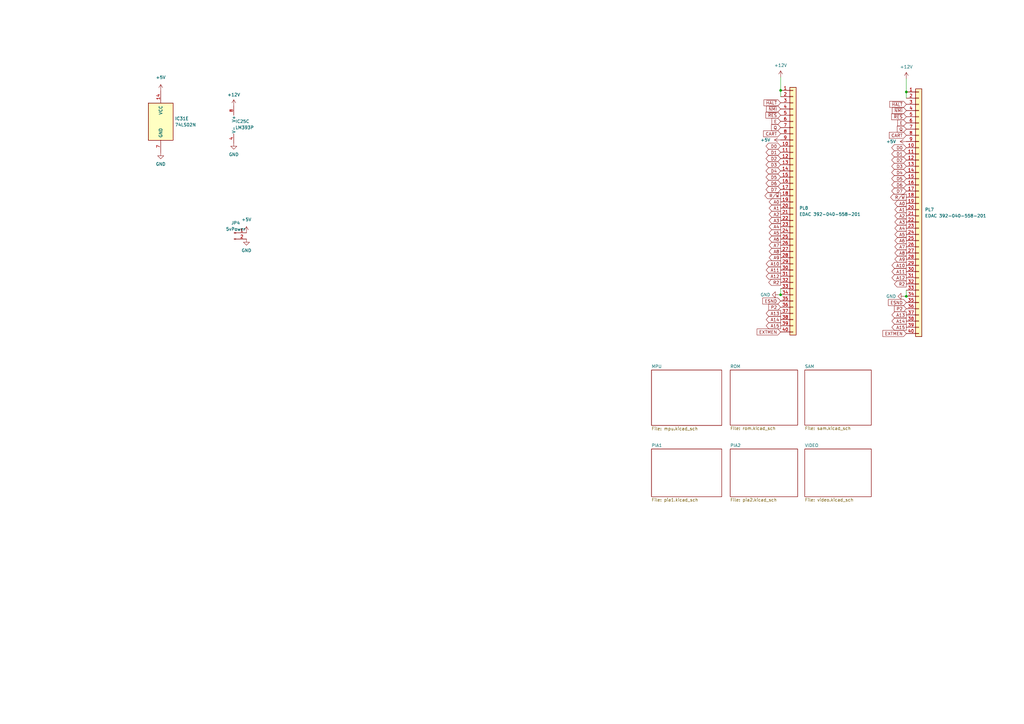
<source format=kicad_sch>
(kicad_sch (version 20230121) (generator eeschema)
  (paper "A3")
  (title_block (title "Dragon 32 CPU UK PAL") (date "2023-05-25") (rev "3.0") (company "Dragon Data") (comment 1 "Modified by Julian Brown") (comment 2 "SAMx4 by Ciaran Anscomb"))
  (lib_symbols
    (symbol "74xx:74LS02" (pin_names (offset 1.016))
      (property "Reference" "U" (at 0 1.27 0))
      (property "Value" "74LS02" (at 0 -1.27 0))
      (symbol "74LS02_1_1"
        (arc (start -3.81 -3.81) (mid -2.589 0) (end -3.81 3.81) (stroke (width 0.254)))
        (arc (start -0.6096 -3.81) (mid 2.1855 -2.584) (end 3.81 0) (stroke (width 0.254)) (fill (type background)))
        (polyline (pts (xy -3.81 -3.81) (xy -0.635 -3.81)) (stroke (width 0.254)) (fill (type background)))
        (polyline (pts (xy -3.81 3.81) (xy -0.635 3.81)) (stroke (width 0.254)) (fill (type background)))
        (polyline (pts (xy -0.635 3.81) (xy -3.81 3.81) (xy -3.81 3.81) (xy -3.556 3.4036) (xy -3.0226 2.2606) (xy -2.6924 1.0414) (xy -2.6162 -0.254) (xy -2.7686 -1.4986) (xy -3.175 -2.7178) (xy -3.81 -3.81) (xy -3.81 -3.81) (xy -0.635 -3.81)) (stroke (width -25.4)) (fill (type background)))
        (arc (start 3.81 0) (mid 2.1928 2.5925) (end -0.6096 3.81) (stroke (width 0.254)) (fill (type background)))
        (pin output inverted (at 7.62 0 180) (length 3.81) (name "~") (number "1"))
        (pin input line (at -7.62 2.54 0) (length 4.318) (name "~") (number "2"))
        (pin input line (at -7.62 -2.54 0) (length 4.318) (name "~") (number "3"))
      )
      (symbol "74LS02_1_2"
        (arc (start 0 -3.81) (mid 3.7934 0) (end 0 3.81) (stroke (width 0.254)) (fill (type background)))
        (polyline (pts (xy 0 3.81) (xy -3.81 3.81) (xy -3.81 -3.81) (xy 0 -3.81)) (stroke (width 0.254)) (fill (type background)))
        (pin output line (at 7.62 0 180) (length 3.81) (name "~") (number "1"))
        (pin input inverted (at -7.62 2.54 0) (length 3.81) (name "~") (number "2"))
        (pin input inverted (at -7.62 -2.54 0) (length 3.81) (name "~") (number "3"))
      )
      (symbol "74LS02_2_1"
        (arc (start -3.81 -3.81) (mid -2.589 0) (end -3.81 3.81) (stroke (width 0.254)))
        (arc (start -0.6096 -3.81) (mid 2.1855 -2.584) (end 3.81 0) (stroke (width 0.254)) (fill (type background)))
        (polyline (pts (xy -3.81 -3.81) (xy -0.635 -3.81)) (stroke (width 0.254)) (fill (type background)))
        (polyline (pts (xy -3.81 3.81) (xy -0.635 3.81)) (stroke (width 0.254)) (fill (type background)))
        (polyline (pts (xy -0.635 3.81) (xy -3.81 3.81) (xy -3.81 3.81) (xy -3.556 3.4036) (xy -3.0226 2.2606) (xy -2.6924 1.0414) (xy -2.6162 -0.254) (xy -2.7686 -1.4986) (xy -3.175 -2.7178) (xy -3.81 -3.81) (xy -3.81 -3.81) (xy -0.635 -3.81)) (stroke (width -25.4)) (fill (type background)))
        (arc (start 3.81 0) (mid 2.1928 2.5925) (end -0.6096 3.81) (stroke (width 0.254)) (fill (type background)))
        (pin output inverted (at 7.62 0 180) (length 3.81) (name "~") (number "4"))
        (pin input line (at -7.62 2.54 0) (length 4.318) (name "~") (number "5"))
        (pin input line (at -7.62 -2.54 0) (length 4.318) (name "~") (number "6"))
      )
      (symbol "74LS02_2_2"
        (arc (start 0 -3.81) (mid 3.7934 0) (end 0 3.81) (stroke (width 0.254)) (fill (type background)))
        (polyline (pts (xy 0 3.81) (xy -3.81 3.81) (xy -3.81 -3.81) (xy 0 -3.81)) (stroke (width 0.254)) (fill (type background)))
        (pin output line (at 7.62 0 180) (length 3.81) (name "~") (number "4"))
        (pin input inverted (at -7.62 2.54 0) (length 3.81) (name "~") (number "5"))
        (pin input inverted (at -7.62 -2.54 0) (length 3.81) (name "~") (number "6"))
      )
      (symbol "74LS02_3_1"
        (arc (start -3.81 -3.81) (mid -2.589 0) (end -3.81 3.81) (stroke (width 0.254)))
        (arc (start -0.6096 -3.81) (mid 2.1855 -2.584) (end 3.81 0) (stroke (width 0.254)) (fill (type background)))
        (polyline (pts (xy -3.81 -3.81) (xy -0.635 -3.81)) (stroke (width 0.254)) (fill (type background)))
        (polyline (pts (xy -3.81 3.81) (xy -0.635 3.81)) (stroke (width 0.254)) (fill (type background)))
        (polyline (pts (xy -0.635 3.81) (xy -3.81 3.81) (xy -3.81 3.81) (xy -3.556 3.4036) (xy -3.0226 2.2606) (xy -2.6924 1.0414) (xy -2.6162 -0.254) (xy -2.7686 -1.4986) (xy -3.175 -2.7178) (xy -3.81 -3.81) (xy -3.81 -3.81) (xy -0.635 -3.81)) (stroke (width -25.4)) (fill (type background)))
        (arc (start 3.81 0) (mid 2.1928 2.5925) (end -0.6096 3.81) (stroke (width 0.254)) (fill (type background)))
        (pin output inverted (at 7.62 0 180) (length 3.81) (name "~") (number "10"))
        (pin input line (at -7.62 2.54 0) (length 4.318) (name "~") (number "8"))
        (pin input line (at -7.62 -2.54 0) (length 4.318) (name "~") (number "9"))
      )
      (symbol "74LS02_3_2"
        (arc (start 0 -3.81) (mid 3.7934 0) (end 0 3.81) (stroke (width 0.254)) (fill (type background)))
        (polyline (pts (xy 0 3.81) (xy -3.81 3.81) (xy -3.81 -3.81) (xy 0 -3.81)) (stroke (width 0.254)) (fill (type background)))
        (pin output line (at 7.62 0 180) (length 3.81) (name "~") (number "10"))
        (pin input inverted (at -7.62 2.54 0) (length 3.81) (name "~") (number "8"))
        (pin input inverted (at -7.62 -2.54 0) (length 3.81) (name "~") (number "9"))
      )
      (symbol "74LS02_4_1"
        (arc (start -3.81 -3.81) (mid -2.589 0) (end -3.81 3.81) (stroke (width 0.254)))
        (arc (start -0.6096 -3.81) (mid 2.1855 -2.584) (end 3.81 0) (stroke (width 0.254)) (fill (type background)))
        (polyline (pts (xy -3.81 -3.81) (xy -0.635 -3.81)) (stroke (width 0.254)) (fill (type background)))
        (polyline (pts (xy -3.81 3.81) (xy -0.635 3.81)) (stroke (width 0.254)) (fill (type background)))
        (polyline (pts (xy -0.635 3.81) (xy -3.81 3.81) (xy -3.81 3.81) (xy -3.556 3.4036) (xy -3.0226 2.2606) (xy -2.6924 1.0414) (xy -2.6162 -0.254) (xy -2.7686 -1.4986) (xy -3.175 -2.7178) (xy -3.81 -3.81) (xy -3.81 -3.81) (xy -0.635 -3.81)) (stroke (width -25.4)) (fill (type background)))
        (arc (start 3.81 0) (mid 2.1928 2.5925) (end -0.6096 3.81) (stroke (width 0.254)) (fill (type background)))
        (pin input line (at -7.62 2.54 0) (length 4.318) (name "~") (number "11"))
        (pin input line (at -7.62 -2.54 0) (length 4.318) (name "~") (number "12"))
        (pin output inverted (at 7.62 0 180) (length 3.81) (name "~") (number "13"))
      )
      (symbol "74LS02_4_2"
        (arc (start 0 -3.81) (mid 3.7934 0) (end 0 3.81) (stroke (width 0.254)) (fill (type background)))
        (polyline (pts (xy 0 3.81) (xy -3.81 3.81) (xy -3.81 -3.81) (xy 0 -3.81)) (stroke (width 0.254)) (fill (type background)))
        (pin input inverted (at -7.62 2.54 0) (length 3.81) (name "~") (number "11"))
        (pin input inverted (at -7.62 -2.54 0) (length 3.81) (name "~") (number "12"))
        (pin output line (at 7.62 0 180) (length 3.81) (name "~") (number "13"))
      )
      (symbol "74LS02_5_0"
        (pin power_in line (at 0 12.7 270) (length 5.08) (name "VCC") (number "14"))
        (pin power_in line (at 0 -12.7 90) (length 5.08) (name "GND") (number "7"))
      )
      (symbol "74LS02_5_1"
        (rectangle (start -5.08 7.62) (end 5.08 -7.62) (stroke (width 0.254)) (fill (type background)))
      )
    )
    (symbol "Comparator:LM393" (pin_names (offset 0.127))
      (property "Reference" "U" (at 3.81 3.81 0))
      (property "Value" "LM393" (at 6.35 -3.81 0))
      (symbol "LM393_1_1"
        (polyline (pts (xy -5.08 5.08) (xy 5.08 0) (xy -5.08 -5.08) (xy -5.08 5.08)) (stroke (width 0.254)) (fill (type background)))
        (polyline (pts (xy 3.302 -0.508) (xy 2.794 -0.508) (xy 3.302 0) (xy 2.794 0.508) (xy 2.286 0) (xy 2.794 -0.508) (xy 2.286 -0.508)) (stroke (width 0.127)))
        (pin open_collector line (at 7.62 0 180) (length 2.54) (name "~") (number "1"))
        (pin input line (at -7.62 -2.54 0) (length 2.54) (name "-") (number "2"))
        (pin input line (at -7.62 2.54 0) (length 2.54) (name "+") (number "3"))
      )
      (symbol "LM393_2_1"
        (polyline (pts (xy -5.08 5.08) (xy 5.08 0) (xy -5.08 -5.08) (xy -5.08 5.08)) (stroke (width 0.254)) (fill (type background)))
        (polyline (pts (xy 3.302 -0.508) (xy 2.794 -0.508) (xy 3.302 0) (xy 2.794 0.508) (xy 2.286 0) (xy 2.794 -0.508) (xy 2.286 -0.508)) (stroke (width 0.127)))
        (pin input line (at -7.62 2.54 0) (length 2.54) (name "+") (number "5"))
        (pin input line (at -7.62 -2.54 0) (length 2.54) (name "_") (number "6"))
        (pin open_collector line (at 7.62 0 180) (length 2.54) (name "~") (number "7"))
      )
      (symbol "LM393_3_1"
        (pin power_in line (at -2.54 -7.62 90) (length 3.81) (name "V-") (number "4"))
        (pin power_in line (at -2.54 7.62 270) (length 3.81) (name "V+") (number "8"))
      )
    )
    (symbol "Connector:Conn_01x02_Pin" (pin_names (offset 1.016) hide)
      (property "Reference" "J" (at 0 2.54 0))
      (property "Value" "Conn_01x02_Pin" (at 0 -5.08 0))
      (symbol "Conn_01x02_Pin_1_1"
        (polyline (pts (xy 1.27 -2.54) (xy 0.8636 -2.54)) (stroke (width 0.1524)))
        (polyline (pts (xy 1.27 0) (xy 0.8636 0)) (stroke (width 0.1524)))
        (rectangle (start 0.8636 -2.413) (end 0 -2.667) (stroke (width 0.1524)) (fill (type outline)))
        (rectangle (start 0.8636 0.127) (end 0 -0.127) (stroke (width 0.1524)) (fill (type outline)))
        (pin passive line (at 5.08 0 180) (length 3.81) (name "Pin_1") (number "1"))
        (pin passive line (at 5.08 -2.54 180) (length 3.81) (name "Pin_2") (number "2"))
      )
    )
    (symbol "Connector_Generic:Conn_01x40" (pin_names (offset 1.016) hide)
      (property "Reference" "J" (at 0 50.8 0))
      (property "Value" "Conn_01x40" (at 0 -53.34 0))
      (symbol "Conn_01x40_1_1"
        (rectangle (start -1.27 -50.673) (end 0 -50.927) (stroke (width 0.1524)))
        (rectangle (start -1.27 -48.133) (end 0 -48.387) (stroke (width 0.1524)))
        (rectangle (start -1.27 -45.593) (end 0 -45.847) (stroke (width 0.1524)))
        (rectangle (start -1.27 -43.053) (end 0 -43.307) (stroke (width 0.1524)))
        (rectangle (start -1.27 -40.513) (end 0 -40.767) (stroke (width 0.1524)))
        (rectangle (start -1.27 -37.973) (end 0 -38.227) (stroke (width 0.1524)))
        (rectangle (start -1.27 -35.433) (end 0 -35.687) (stroke (width 0.1524)))
        (rectangle (start -1.27 -32.893) (end 0 -33.147) (stroke (width 0.1524)))
        (rectangle (start -1.27 -30.353) (end 0 -30.607) (stroke (width 0.1524)))
        (rectangle (start -1.27 -27.813) (end 0 -28.067) (stroke (width 0.1524)))
        (rectangle (start -1.27 -25.273) (end 0 -25.527) (stroke (width 0.1524)))
        (rectangle (start -1.27 -22.733) (end 0 -22.987) (stroke (width 0.1524)))
        (rectangle (start -1.27 -20.193) (end 0 -20.447) (stroke (width 0.1524)))
        (rectangle (start -1.27 -17.653) (end 0 -17.907) (stroke (width 0.1524)))
        (rectangle (start -1.27 -15.113) (end 0 -15.367) (stroke (width 0.1524)))
        (rectangle (start -1.27 -12.573) (end 0 -12.827) (stroke (width 0.1524)))
        (rectangle (start -1.27 -10.033) (end 0 -10.287) (stroke (width 0.1524)))
        (rectangle (start -1.27 -7.493) (end 0 -7.747) (stroke (width 0.1524)))
        (rectangle (start -1.27 -4.953) (end 0 -5.207) (stroke (width 0.1524)))
        (rectangle (start -1.27 -2.413) (end 0 -2.667) (stroke (width 0.1524)))
        (rectangle (start -1.27 0.127) (end 0 -0.127) (stroke (width 0.1524)))
        (rectangle (start -1.27 2.667) (end 0 2.413) (stroke (width 0.1524)))
        (rectangle (start -1.27 5.207) (end 0 4.953) (stroke (width 0.1524)))
        (rectangle (start -1.27 7.747) (end 0 7.493) (stroke (width 0.1524)))
        (rectangle (start -1.27 10.287) (end 0 10.033) (stroke (width 0.1524)))
        (rectangle (start -1.27 12.827) (end 0 12.573) (stroke (width 0.1524)))
        (rectangle (start -1.27 15.367) (end 0 15.113) (stroke (width 0.1524)))
        (rectangle (start -1.27 17.907) (end 0 17.653) (stroke (width 0.1524)))
        (rectangle (start -1.27 20.447) (end 0 20.193) (stroke (width 0.1524)))
        (rectangle (start -1.27 22.987) (end 0 22.733) (stroke (width 0.1524)))
        (rectangle (start -1.27 25.527) (end 0 25.273) (stroke (width 0.1524)))
        (rectangle (start -1.27 28.067) (end 0 27.813) (stroke (width 0.1524)))
        (rectangle (start -1.27 30.607) (end 0 30.353) (stroke (width 0.1524)))
        (rectangle (start -1.27 33.147) (end 0 32.893) (stroke (width 0.1524)))
        (rectangle (start -1.27 35.687) (end 0 35.433) (stroke (width 0.1524)))
        (rectangle (start -1.27 38.227) (end 0 37.973) (stroke (width 0.1524)))
        (rectangle (start -1.27 40.767) (end 0 40.513) (stroke (width 0.1524)))
        (rectangle (start -1.27 43.307) (end 0 43.053) (stroke (width 0.1524)))
        (rectangle (start -1.27 45.847) (end 0 45.593) (stroke (width 0.1524)))
        (rectangle (start -1.27 48.387) (end 0 48.133) (stroke (width 0.1524)))
        (rectangle (start -1.27 49.53) (end 1.27 -52.07) (stroke (width 0.254)) (fill (type background)))
        (pin passive line (at -5.08 48.26 0) (length 3.81) (name "Pin_1") (number "1"))
        (pin passive line (at -5.08 25.4 0) (length 3.81) (name "Pin_10") (number "10"))
        (pin passive line (at -5.08 22.86 0) (length 3.81) (name "Pin_11") (number "11"))
        (pin passive line (at -5.08 20.32 0) (length 3.81) (name "Pin_12") (number "12"))
        (pin passive line (at -5.08 17.78 0) (length 3.81) (name "Pin_13") (number "13"))
        (pin passive line (at -5.08 15.24 0) (length 3.81) (name "Pin_14") (number "14"))
        (pin passive line (at -5.08 12.7 0) (length 3.81) (name "Pin_15") (number "15"))
        (pin passive line (at -5.08 10.16 0) (length 3.81) (name "Pin_16") (number "16"))
        (pin passive line (at -5.08 7.62 0) (length 3.81) (name "Pin_17") (number "17"))
        (pin passive line (at -5.08 5.08 0) (length 3.81) (name "Pin_18") (number "18"))
        (pin passive line (at -5.08 2.54 0) (length 3.81) (name "Pin_19") (number "19"))
        (pin passive line (at -5.08 45.72 0) (length 3.81) (name "Pin_2") (number "2"))
        (pin passive line (at -5.08 0 0) (length 3.81) (name "Pin_20") (number "20"))
        (pin passive line (at -5.08 -2.54 0) (length 3.81) (name "Pin_21") (number "21"))
        (pin passive line (at -5.08 -5.08 0) (length 3.81) (name "Pin_22") (number "22"))
        (pin passive line (at -5.08 -7.62 0) (length 3.81) (name "Pin_23") (number "23"))
        (pin passive line (at -5.08 -10.16 0) (length 3.81) (name "Pin_24") (number "24"))
        (pin passive line (at -5.08 -12.7 0) (length 3.81) (name "Pin_25") (number "25"))
        (pin passive line (at -5.08 -15.24 0) (length 3.81) (name "Pin_26") (number "26"))
        (pin passive line (at -5.08 -17.78 0) (length 3.81) (name "Pin_27") (number "27"))
        (pin passive line (at -5.08 -20.32 0) (length 3.81) (name "Pin_28") (number "28"))
        (pin passive line (at -5.08 -22.86 0) (length 3.81) (name "Pin_29") (number "29"))
        (pin passive line (at -5.08 43.18 0) (length 3.81) (name "Pin_3") (number "3"))
        (pin passive line (at -5.08 -25.4 0) (length 3.81) (name "Pin_30") (number "30"))
        (pin passive line (at -5.08 -27.94 0) (length 3.81) (name "Pin_31") (number "31"))
        (pin passive line (at -5.08 -30.48 0) (length 3.81) (name "Pin_32") (number "32"))
        (pin passive line (at -5.08 -33.02 0) (length 3.81) (name "Pin_33") (number "33"))
        (pin passive line (at -5.08 -35.56 0) (length 3.81) (name "Pin_34") (number "34"))
        (pin passive line (at -5.08 -38.1 0) (length 3.81) (name "Pin_35") (number "35"))
        (pin passive line (at -5.08 -40.64 0) (length 3.81) (name "Pin_36") (number "36"))
        (pin passive line (at -5.08 -43.18 0) (length 3.81) (name "Pin_37") (number "37"))
        (pin passive line (at -5.08 -45.72 0) (length 3.81) (name "Pin_38") (number "38"))
        (pin passive line (at -5.08 -48.26 0) (length 3.81) (name "Pin_39") (number "39"))
        (pin passive line (at -5.08 40.64 0) (length 3.81) (name "Pin_4") (number "4"))
        (pin passive line (at -5.08 -50.8 0) (length 3.81) (name "Pin_40") (number "40"))
        (pin passive line (at -5.08 38.1 0) (length 3.81) (name "Pin_5") (number "5"))
        (pin passive line (at -5.08 35.56 0) (length 3.81) (name "Pin_6") (number "6"))
        (pin passive line (at -5.08 33.02 0) (length 3.81) (name "Pin_7") (number "7"))
        (pin passive line (at -5.08 30.48 0) (length 3.81) (name "Pin_8") (number "8"))
        (pin passive line (at -5.08 27.94 0) (length 3.81) (name "Pin_9") (number "9"))
      )
    )
    (symbol "power:+12V" (power) (pin_names (offset 0))
      (property "Value" "+12V" (at 0 3.556 0))
      (symbol "+12V_0_1"
        (polyline (pts (xy -0.762 1.27) (xy 0 2.54)))
        (polyline (pts (xy 0 0) (xy 0 2.54)))
        (polyline (pts (xy 0 2.54) (xy 0.762 1.27)))
      )
      (symbol "+12V_1_1"
        (pin power_in line (at 0 0 90) (length 0) hide (name "+12V") (number "1"))
      )
    )
    (symbol "power:+5V" (power) (pin_names (offset 0))
      (property "Value" "+5V" (at 0 3.556 0))
      (symbol "+5V_0_1"
        (polyline (pts (xy -0.762 1.27) (xy 0 2.54)))
        (polyline (pts (xy 0 0) (xy 0 2.54)))
        (polyline (pts (xy 0 2.54) (xy 0.762 1.27)))
      )
      (symbol "+5V_1_1"
        (pin power_in line (at 0 0 90) (length 0) hide (name "+5V") (number "1"))
      )
    )
    (symbol "power:GND" (power) (pin_names (offset 0))
      (property "Value" "GND" (at 0 -3.81 0))
      (symbol "GND_0_1"
        (polyline (pts (xy 0 0) (xy 0 -1.27) (xy 1.27 -1.27) (xy 0 -2.54) (xy -1.27 -1.27) (xy 0 -1.27)))
      )
      (symbol "GND_1_1"
        (pin power_in line (at 0 0 270) (length 0) hide (name "GND") (number "1"))
      )
    )
  )
  (junction (at 371.729 121.539))
  (junction (at 320.167 120.904))
  (junction (at 371.729 37.719))
  (junction (at 320.167 37.084))
  (wire (pts (xy 371.729 118.999) (xy 371.729 121.539)))
  (wire (pts (xy 320.167 31.623) (xy 320.167 37.084)))
  (wire (pts (xy 320.167 37.084) (xy 320.167 39.624)))
  (wire (pts (xy 371.729 37.719) (xy 371.729 40.259)))
  (wire (pts (xy 371.729 32.258) (xy 371.729 37.719)))
  (wire (pts (xy 319.278 120.904) (xy 320.167 120.904)))
  (wire (pts (xy 320.167 118.364) (xy 320.167 120.904)))
  (wire (pts (xy 370.84 121.539) (xy 371.729 121.539)))
  (global_label "~{HALT}" (shape input) (at 320.167 42.164 180) (property "Intersheetrefs" "${INTERSHEET_REFS}" (effects hide)))
  (global_label "A13" (shape output) (at 371.729 129.159 180) (property "Intersheetrefs" "${INTERSHEET_REFS}" (effects hide)))
  (global_label "D4" (shape bidirectional) (at 320.167 70.104 180) (property "Intersheetrefs" "${INTERSHEET_REFS}" (effects hide)))
  (global_label "D5" (shape bidirectional) (at 320.167 72.644 180) (property "Intersheetrefs" "${INTERSHEET_REFS}" (effects hide)))
  (global_label "A7" (shape output) (at 371.729 101.219 180) (property "Intersheetrefs" "${INTERSHEET_REFS}" (effects hide)))
  (global_label "D0" (shape bidirectional) (at 320.167 59.944 180) (property "Intersheetrefs" "${INTERSHEET_REFS}" (effects hide)))
  (global_label "ESND" (shape input) (at 320.167 123.444 180) (property "Intersheetrefs" "${INTERSHEET_REFS}" (effects hide)))
  (global_label "A15" (shape output) (at 320.167 133.604 180) (property "Intersheetrefs" "${INTERSHEET_REFS}" (effects hide)))
  (global_label "D6" (shape bidirectional) (at 320.167 75.184 180) (property "Intersheetrefs" "${INTERSHEET_REFS}" (effects hide)))
  (global_label "A12" (shape output) (at 320.167 113.284 180) (property "Intersheetrefs" "${INTERSHEET_REFS}" (effects hide)))
  (global_label "EXTMEN" (shape input) (at 320.167 136.144 180) (property "Intersheetrefs" "${INTERSHEET_REFS}" (effects hide)))
  (global_label "A1" (shape output) (at 320.167 85.344 180) (property "Intersheetrefs" "${INTERSHEET_REFS}" (effects hide)))
  (global_label "D2" (shape bidirectional) (at 371.729 65.659 180) (property "Intersheetrefs" "${INTERSHEET_REFS}" (effects hide)))
  (global_label "A10" (shape output) (at 371.729 108.839 180) (property "Intersheetrefs" "${INTERSHEET_REFS}" (effects hide)))
  (global_label "A7" (shape output) (at 320.167 100.584 180) (property "Intersheetrefs" "${INTERSHEET_REFS}" (effects hide)))
  (global_label "CART" (shape input) (at 320.167 54.864 180) (property "Intersheetrefs" "${INTERSHEET_REFS}" (effects hide)))
  (global_label "~{NMI}" (shape input) (at 320.167 44.704 180) (property "Intersheetrefs" "${INTERSHEET_REFS}" (effects hide)))
  (global_label "P2" (shape input) (at 371.729 126.619 180) (property "Intersheetrefs" "${INTERSHEET_REFS}" (effects hide)))
  (global_label "EXTMEN" (shape input) (at 371.729 136.779 180) (property "Intersheetrefs" "${INTERSHEET_REFS}" (effects hide)))
  (global_label "A5" (shape output) (at 320.167 95.504 180) (property "Intersheetrefs" "${INTERSHEET_REFS}" (effects hide)))
  (global_label "A2" (shape output) (at 320.167 87.884 180) (property "Intersheetrefs" "${INTERSHEET_REFS}" (effects hide)))
  (global_label "A14" (shape output) (at 371.729 131.699 180) (property "Intersheetrefs" "${INTERSHEET_REFS}" (effects hide)))
  (global_label "R{slash}~{W}" (shape output) (at 371.729 80.899 180) (property "Intersheetrefs" "${INTERSHEET_REFS}" (effects hide)))
  (global_label "A11" (shape output) (at 320.167 110.744 180) (property "Intersheetrefs" "${INTERSHEET_REFS}" (effects hide)))
  (global_label "A1" (shape output) (at 371.729 85.979 180) (property "Intersheetrefs" "${INTERSHEET_REFS}" (effects hide)))
  (global_label "~{NMI}" (shape input) (at 371.729 45.339 180) (property "Intersheetrefs" "${INTERSHEET_REFS}" (effects hide)))
  (global_label "~{RES}" (shape input) (at 371.729 47.879 180) (property "Intersheetrefs" "${INTERSHEET_REFS}" (effects hide)))
  (global_label "CART" (shape input) (at 371.729 55.499 180) (property "Intersheetrefs" "${INTERSHEET_REFS}" (effects hide)))
  (global_label "ESND" (shape input) (at 371.729 124.079 180) (property "Intersheetrefs" "${INTERSHEET_REFS}" (effects hide)))
  (global_label "D4" (shape bidirectional) (at 371.729 70.739 180) (property "Intersheetrefs" "${INTERSHEET_REFS}" (effects hide)))
  (global_label "D1" (shape bidirectional) (at 371.729 63.119 180) (property "Intersheetrefs" "${INTERSHEET_REFS}" (effects hide)))
  (global_label "Q" (shape input) (at 320.167 52.324 180) (property "Intersheetrefs" "${INTERSHEET_REFS}" (effects hide)))
  (global_label "A4" (shape output) (at 320.167 92.964 180) (property "Intersheetrefs" "${INTERSHEET_REFS}" (effects hide)))
  (global_label "D2" (shape bidirectional) (at 320.167 65.024 180) (property "Intersheetrefs" "${INTERSHEET_REFS}" (effects hide)))
  (global_label "Q" (shape input) (at 371.729 52.959 180) (property "Intersheetrefs" "${INTERSHEET_REFS}" (effects hide)))
  (global_label "A3" (shape output) (at 320.167 90.424 180) (property "Intersheetrefs" "${INTERSHEET_REFS}" (effects hide)))
  (global_label "D7" (shape bidirectional) (at 371.729 78.359 180) (property "Intersheetrefs" "${INTERSHEET_REFS}" (effects hide)))
  (global_label "A13" (shape output) (at 320.167 128.524 180) (property "Intersheetrefs" "${INTERSHEET_REFS}" (effects hide)))
  (global_label "R2" (shape output) (at 320.167 115.824 180) (property "Intersheetrefs" "${INTERSHEET_REFS}" (effects hide)))
  (global_label "A6" (shape output) (at 371.729 98.679 180) (property "Intersheetrefs" "${INTERSHEET_REFS}" (effects hide)))
  (global_label "A0" (shape output) (at 320.167 82.804 180) (property "Intersheetrefs" "${INTERSHEET_REFS}" (effects hide)))
  (global_label "A8" (shape output) (at 320.167 103.124 180) (property "Intersheetrefs" "${INTERSHEET_REFS}" (effects hide)))
  (global_label "A12" (shape output) (at 371.729 113.919 180) (property "Intersheetrefs" "${INTERSHEET_REFS}" (effects hide)))
  (global_label "E" (shape input) (at 371.729 50.419 180) (property "Intersheetrefs" "${INTERSHEET_REFS}" (effects hide)))
  (global_label "A9" (shape output) (at 371.729 106.299 180) (property "Intersheetrefs" "${INTERSHEET_REFS}" (effects hide)))
  (global_label "~{HALT}" (shape input) (at 371.729 42.799 180) (property "Intersheetrefs" "${INTERSHEET_REFS}" (effects hide)))
  (global_label "A0" (shape output) (at 371.729 83.439 180) (property "Intersheetrefs" "${INTERSHEET_REFS}" (effects hide)))
  (global_label "A2" (shape output) (at 371.729 88.519 180) (property "Intersheetrefs" "${INTERSHEET_REFS}" (effects hide)))
  (global_label "P2" (shape input) (at 320.167 125.984 180) (property "Intersheetrefs" "${INTERSHEET_REFS}" (effects hide)))
  (global_label "A11" (shape output) (at 371.729 111.379 180) (property "Intersheetrefs" "${INTERSHEET_REFS}" (effects hide)))
  (global_label "R{slash}~{W}" (shape output) (at 320.167 80.264 180) (property "Intersheetrefs" "${INTERSHEET_REFS}" (effects hide)))
  (global_label "A8" (shape output) (at 371.729 103.759 180) (property "Intersheetrefs" "${INTERSHEET_REFS}" (effects hide)))
  (global_label "A4" (shape output) (at 371.729 93.599 180) (property "Intersheetrefs" "${INTERSHEET_REFS}" (effects hide)))
  (global_label "D6" (shape bidirectional) (at 371.729 75.819 180) (property "Intersheetrefs" "${INTERSHEET_REFS}" (effects hide)))
  (global_label "D7" (shape bidirectional) (at 320.167 77.724 180) (property "Intersheetrefs" "${INTERSHEET_REFS}" (effects hide)))
  (global_label "A6" (shape output) (at 320.167 98.044 180) (property "Intersheetrefs" "${INTERSHEET_REFS}" (effects hide)))
  (global_label "D5" (shape bidirectional) (at 371.729 73.279 180) (property "Intersheetrefs" "${INTERSHEET_REFS}" (effects hide)))
  (global_label "A14" (shape output) (at 320.167 131.064 180) (property "Intersheetrefs" "${INTERSHEET_REFS}" (effects hide)))
  (global_label "~{RES}" (shape input) (at 320.167 47.244 180) (property "Intersheetrefs" "${INTERSHEET_REFS}" (effects hide)))
  (global_label "A3" (shape output) (at 371.729 91.059 180) (property "Intersheetrefs" "${INTERSHEET_REFS}" (effects hide)))
  (global_label "A10" (shape output) (at 320.167 108.204 180) (property "Intersheetrefs" "${INTERSHEET_REFS}" (effects hide)))
  (global_label "D1" (shape bidirectional) (at 320.167 62.484 180) (property "Intersheetrefs" "${INTERSHEET_REFS}" (effects hide)))
  (global_label "R2" (shape output) (at 371.729 116.459 180) (property "Intersheetrefs" "${INTERSHEET_REFS}" (effects hide)))
  (global_label "D0" (shape bidirectional) (at 371.729 60.579 180) (property "Intersheetrefs" "${INTERSHEET_REFS}" (effects hide)))
  (global_label "A5" (shape output) (at 371.729 96.139 180) (property "Intersheetrefs" "${INTERSHEET_REFS}" (effects hide)))
  (global_label "D3" (shape bidirectional) (at 371.729 68.199 180) (property "Intersheetrefs" "${INTERSHEET_REFS}" (effects hide)))
  (global_label "A9" (shape output) (at 320.167 105.664 180) (property "Intersheetrefs" "${INTERSHEET_REFS}" (effects hide)))
  (global_label "E" (shape input) (at 320.167 49.784 180) (property "Intersheetrefs" "${INTERSHEET_REFS}" (effects hide)))
  (global_label "D3" (shape bidirectional) (at 320.167 67.564 180) (property "Intersheetrefs" "${INTERSHEET_REFS}" (effects hide)))
  (global_label "A15" (shape output) (at 371.729 134.239 180) (property "Intersheetrefs" "${INTERSHEET_REFS}" (effects hide)))
  (symbol (lib_id "Comparator:LM393") (at 98.425 51.054 0) (unit 3)
    (property "Reference" "IC25" (at 96.52 49.7839 0) (effects (justify left)))
    (property "Value" "LM393P" (at 96.52 52.3239 0) (effects (justify left)))
    (property "Footprint" "Package_DIP:DIP-8_W7.62mm" (effects hide))
    (property "Datasheet" "http://www.ti.com/lit/ds/symlink/lm393.pdf" (effects hide))
    (property "DigiKey" "296-1398-5-ND" (effects hide))
  )
  (symbol (lib_id "power:+5V") (at 371.729 58.039 90) (unit 1)
    (property "Reference" "#PWR0101" (effects hide))
    (property "Value" "+5V" (at 367.538 58.0389 90) (effects (justify left)))
  )
  (symbol (lib_id "power:+12V") (at 95.885 43.434 0) (unit 1)
    (property "Reference" "#PWR0105" (effects hide))
    (property "Value" "+12V" (at 95.885 38.862 0))
  )
  (symbol (lib_id "power:+5V") (at 101.092 95.504 0) (unit 1)
    (property "Reference" "#PWR040" (effects hide))
    (property "Value" "+5V" (at 101.092 90.043 0))
  )
  (symbol (lib_id "power:GND") (at 101.092 98.044 0) (unit 1)
    (property "Reference" "#PWR041" (effects hide))
    (property "Value" "GND" (at 101.092 102.743 0))
  )
  (symbol (lib_id "power:GND") (at 370.84 121.539 270) (unit 1)
    (property "Reference" "#PWR0102" (effects hide))
    (property "Value" "GND" (at 367.538 121.5389 90) (effects (justify right)))
  )
  (symbol (lib_id "power:GND") (at 95.885 58.674 0) (unit 1)
    (property "Reference" "#PWR0107" (effects hide))
    (property "Value" "GND" (at 95.885 63.373 0))
  )
  (symbol (lib_id "74xx:74LS02") (at 65.913 49.911 0) (unit 5)
    (property "Reference" "IC31" (at 71.755 48.6409 0) (effects (justify left)))
    (property "Value" "74LS02N" (at 71.755 51.1809 0) (effects (justify left)))
    (property "Footprint" "Package_DIP:DIP-14_W7.62mm" (effects hide))
    (property "Datasheet" "http://www.ti.com/lit/gpn/sn74ls02" (effects hide))
    (property "DigiKey" "296-1627-5-ND" (effects hide))
    (property "SA2120" "Sheet 1 (spare)" (effects hide))
  )
  (symbol (lib_id "power:+5V") (at 65.913 37.211 0) (unit 1)
    (property "Reference" "#PWR0104" (effects hide))
    (property "Value" "+5V" (at 65.913 31.75 0))
  )
  (symbol (lib_id "power:+5V") (at 320.167 57.404 90) (unit 1)
    (property "Reference" "#PWR044" (effects hide))
    (property "Value" "+5V" (at 315.976 57.4039 90) (effects (justify left)))
  )
  (symbol (lib_id "Connector_Generic:Conn_01x40") (at 376.809 85.979 0) (unit 1)
    (property "Reference" "PL7" (at 379.349 85.9789 0) (effects (justify left)))
    (property "Value" "EDAC 392-040-558-201" (at 379.349 88.5189 0) (effects (justify left)))
    (property "Footprint" "Dragon:Edge_2x20_P2.54mm_OvalMP" (effects hide))
    (property "Datasheet" "https://files.edac.net/edac/content/342/342-040-558-212%20-%20EDAC%20Card%20Edge%20Connector.PDF" (effects hide))
    (property "DigiKey" "151-395-040-558-201-ND" (effects hide))
    (property "Mouser" "587-395-040-558-201" (effects hide))
  )
  (symbol (lib_id "Connector:Conn_01x02_Pin") (at 96.012 95.504 0) (unit 1)
    (property "Reference" "JP4" (at 96.647 91.44 0))
    (property "Value" "5vPower" (at 96.647 93.98 0))
    (property "Footprint" "Connector_PinHeader_2.54mm:PinHeader_1x02_P2.54mm_Vertical" (effects hide))
  )
  (symbol (lib_id "Connector_Generic:Conn_01x40") (at 325.247 85.344 0) (unit 1)
    (property "Reference" "PL8" (at 327.787 85.3439 0) (effects (justify left)))
    (property "Value" "EDAC 392-040-558-201" (at 327.787 87.8839 0) (effects (justify left)))
    (property "Footprint" "Connector_PinHeader_2.54mm:PinHeader_2x20_P2.54mm_Vertical" (effects hide))
    (property "DigiKey" "151-395-040-558-201-ND" (effects hide))
    (property "Mouser" "587-395-040-558-201" (effects hide))
  )
  (symbol (lib_id "power:GND") (at 65.913 62.611 0) (unit 1)
    (property "Reference" "#PWR0106" (effects hide))
    (property "Value" "GND" (at 65.913 67.31 0))
  )
  (symbol (lib_id "power:+12V") (at 320.167 31.623 0) (unit 1)
    (property "Reference" "#PWR043" (effects hide))
    (property "Value" "+12V" (at 320.167 26.797 0))
  )
  (symbol (lib_id "power:+12V") (at 371.729 32.258 0) (unit 1)
    (property "Reference" "#PWR0103" (effects hide))
    (property "Value" "+12V" (at 371.729 27.432 0))
  )
  (symbol (lib_id "power:GND") (at 319.278 120.904 270) (unit 1)
    (property "Reference" "#PWR042" (effects hide))
    (property "Value" "GND" (at 315.976 120.9039 90) (effects (justify right)))
  )
  (sheet (at 267.208 151.765) (size 28.829 22.733) (stroke (width 0.1524))
    (property "Sheetname" "MPU" (at 267.208 151.0534 0) (effects (justify left bottom)))
    (property "Sheetfile" "mpu.kicad_sch" (at 267.208 175.0826 0) (effects (justify left top)))
  )
  (sheet (at 299.466 184.15) (size 27.686 19.558) (stroke (width 0.1524))
    (property "Sheetname" "PIA2" (at 299.466 183.4384 0) (effects (justify left bottom)))
    (property "Sheetfile" "pia2.kicad_sch" (at 299.466 204.2926 0) (effects (justify left top)))
  )
  (sheet (at 267.208 184.15) (size 28.829 19.558) (stroke (width 0.1524))
    (property "Sheetname" "PIA1" (at 267.208 183.4384 0) (effects (justify left bottom)))
    (property "Sheetfile" "pia1.kicad_sch" (at 267.208 204.2926 0) (effects (justify left top)))
  )
  (sheet (at 299.466 151.765) (size 27.686 22.606) (stroke (width 0.1524))
    (property "Sheetname" "ROM" (at 299.466 151.0534 0) (effects (justify left bottom)))
    (property "Sheetfile" "rom.kicad_sch" (at 299.466 174.9556 0) (effects (justify left top)))
  )
  (sheet (at 330.073 151.765) (size 27.305 22.606) (stroke (width 0.1524))
    (property "Sheetname" "SAM" (at 330.073 151.0534 0) (effects (justify left bottom)))
    (property "Sheetfile" "sam.kicad_sch" (at 330.073 174.9556 0) (effects (justify left top)))
  )
  (sheet (at 330.073 184.15) (size 27.305 19.558) (stroke (width 0.1524))
    (property "Sheetname" "VIDEO" (at 330.073 183.4384 0) (effects (justify left bottom)))
    (property "Sheetfile" "video.kicad_sch" (at 330.073 204.2926 0) (effects (justify left top)))
  )
)
</source>
